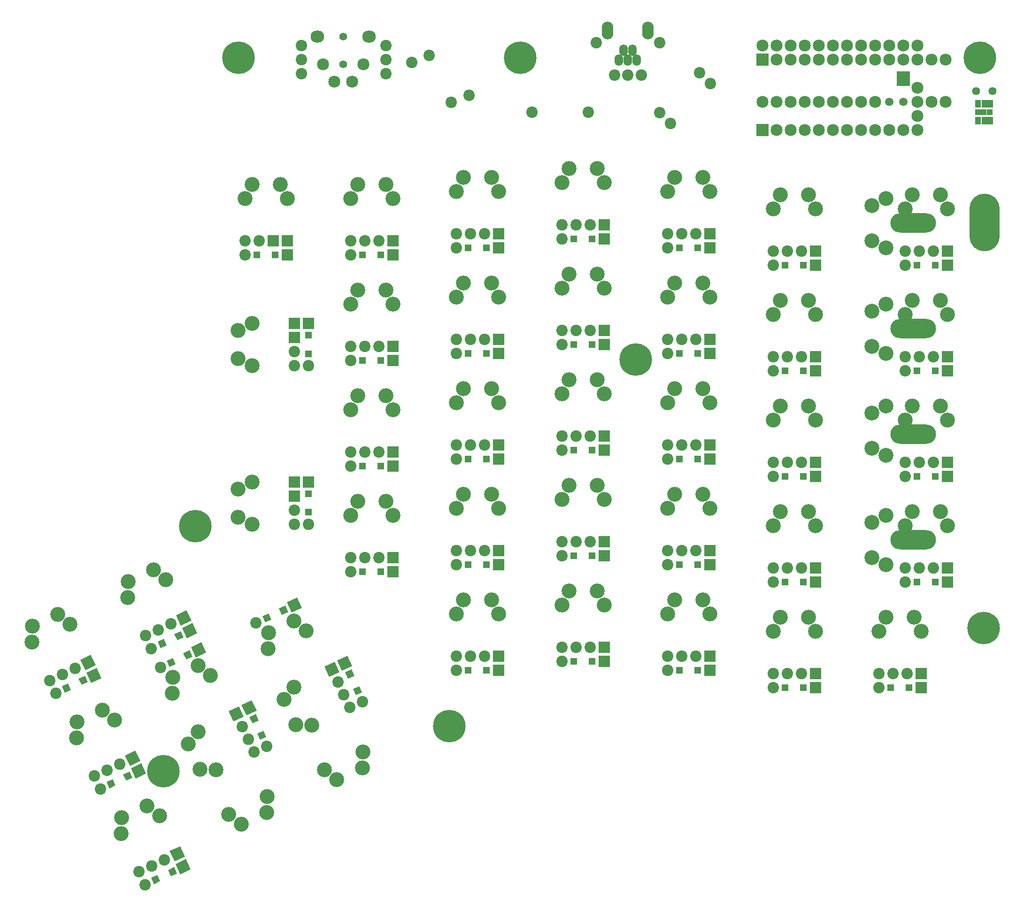
<source format=gts>
G04 (created by PCBNEW (2013-07-07 BZR 4022)-stable) date 17/11/2013 1:14:26 PM*
%MOIN*%
G04 Gerber Fmt 3.4, Leading zero omitted, Abs format*
%FSLAX34Y34*%
G01*
G70*
G90*
G04 APERTURE LIST*
%ADD10C,0.00590551*%
%ADD11C,0.106*%
%ADD12R,0.0787402X0.0570866*%
%ADD13R,0.0433071X0.0570866*%
%ADD14R,0.0787402X0.0433071*%
%ADD15R,0.0433071X0.0433071*%
%ADD16C,0.085*%
%ADD17R,0.085X0.085*%
%ADD18C,0.059*%
%ADD19C,0.081*%
%ADD20R,0.081X0.081*%
%ADD21O,0.061X0.081*%
%ADD22O,0.083X0.126*%
%ADD23R,0.096X0.056*%
%ADD24O,0.097X0.085*%
%ADD25C,0.055*%
%ADD26R,0.049X0.049*%
%ADD27C,0.231*%
%ADD28C,0.0573386*%
%ADD29O,0.21285X0.409701*%
%ADD30C,0.1059*%
%ADD31C,0.1058*%
%ADD32O,0.3245X0.137*%
G04 APERTURE END LIST*
G54D10*
G54D11*
X23689Y-57797D03*
X21845Y-59760D03*
X24564Y-58492D03*
X21876Y-58643D03*
G54D12*
X79716Y-17889D03*
X79716Y-19110D03*
G54D13*
X79066Y-17889D03*
X79066Y-19110D03*
G54D14*
X79244Y-18500D03*
G54D15*
X79893Y-18500D03*
G54D16*
X64750Y-14750D03*
X65750Y-14750D03*
X66750Y-14750D03*
X67750Y-14750D03*
X68750Y-14750D03*
X69750Y-14750D03*
X70750Y-14750D03*
X71750Y-14750D03*
X72750Y-14750D03*
X73750Y-14750D03*
X74750Y-14750D03*
X75750Y-14750D03*
X76750Y-14750D03*
G54D17*
X63750Y-14750D03*
G54D16*
X76750Y-17750D03*
X75750Y-17750D03*
G54D18*
X74750Y-17750D03*
X73750Y-17750D03*
X72750Y-17750D03*
G54D16*
X71750Y-17750D03*
X70750Y-17750D03*
X69750Y-17750D03*
X68750Y-17750D03*
X67750Y-17750D03*
X66750Y-17750D03*
X65750Y-17750D03*
X64750Y-17750D03*
X63750Y-17750D03*
G54D19*
X21000Y-57947D03*
G54D10*
G36*
X21647Y-57916D02*
X21440Y-57472D01*
X21884Y-57265D01*
X22091Y-57709D01*
X21647Y-57916D01*
X21647Y-57916D01*
G37*
G36*
X23523Y-57218D02*
X23181Y-56484D01*
X23915Y-56141D01*
X24257Y-56875D01*
X23523Y-57218D01*
X23523Y-57218D01*
G37*
G36*
X22835Y-57362D02*
X22628Y-56918D01*
X23072Y-56711D01*
X23279Y-57155D01*
X22835Y-57362D01*
X22835Y-57362D01*
G37*
G54D19*
X27797Y-54777D03*
G54D10*
G36*
X28444Y-54746D02*
X28237Y-54302D01*
X28681Y-54095D01*
X28888Y-54539D01*
X28444Y-54746D01*
X28444Y-54746D01*
G37*
G36*
X30320Y-54048D02*
X29978Y-53314D01*
X30712Y-52971D01*
X31054Y-53705D01*
X30320Y-54048D01*
X30320Y-54048D01*
G37*
G36*
X29632Y-54192D02*
X29425Y-53748D01*
X29869Y-53541D01*
X30076Y-53985D01*
X29632Y-54192D01*
X29632Y-54192D01*
G37*
G54D19*
X30500Y-46754D03*
G54D20*
X30500Y-45754D03*
G54D19*
X30500Y-35504D03*
G54D20*
X30500Y-34504D03*
G54D19*
X28000Y-27630D03*
G54D20*
X29000Y-27630D03*
G54D21*
X54820Y-14785D03*
X54505Y-14097D03*
X54190Y-14785D03*
X53875Y-14097D03*
X53560Y-14785D03*
G54D22*
X52754Y-12689D03*
X55626Y-12689D03*
G54D19*
X55140Y-15850D03*
X56440Y-13550D03*
X54190Y-15850D03*
X51940Y-13550D03*
X53240Y-15850D03*
G54D11*
X30486Y-54627D03*
X28642Y-56590D03*
X31361Y-55322D03*
X28673Y-55473D03*
X33533Y-65896D03*
X35377Y-63933D03*
X32658Y-65201D03*
X35346Y-65050D03*
X26735Y-69065D03*
X28579Y-67102D03*
X25860Y-68370D03*
X28548Y-68219D03*
G54D19*
X60039Y-16460D03*
X57210Y-19289D03*
X59289Y-15710D03*
X56460Y-18539D03*
X51375Y-18500D03*
X47375Y-18500D03*
X40085Y-14460D03*
X42914Y-17289D03*
X38835Y-14960D03*
X41664Y-17789D03*
X31000Y-15750D03*
X31000Y-14750D03*
X31000Y-13750D03*
X37000Y-15750D03*
X37000Y-14750D03*
X37000Y-13750D03*
G54D23*
X73750Y-15875D03*
X73750Y-16375D03*
G54D24*
X35810Y-13140D03*
G54D16*
X32560Y-15110D03*
X34610Y-16330D03*
G54D24*
X32150Y-13140D03*
G54D16*
X33350Y-16330D03*
X35400Y-15110D03*
G54D25*
X33980Y-13140D03*
X33980Y-15110D03*
G54D11*
X29500Y-23630D03*
X27000Y-24630D03*
X30000Y-24630D03*
X27500Y-23630D03*
G54D19*
X27000Y-27630D03*
G54D20*
X30000Y-27630D03*
G54D19*
X27000Y-28630D03*
G54D20*
X30000Y-28630D03*
G54D26*
X27845Y-28630D03*
X29155Y-28630D03*
G54D11*
X26500Y-34004D03*
X27500Y-36504D03*
X27500Y-33504D03*
X26500Y-36004D03*
G54D19*
X30500Y-36504D03*
G54D20*
X30500Y-33504D03*
G54D19*
X31500Y-36504D03*
G54D20*
X31500Y-33504D03*
G54D26*
X31500Y-35659D03*
X31500Y-34349D03*
G54D11*
X26500Y-45254D03*
X27500Y-47754D03*
X27500Y-44754D03*
X26500Y-47254D03*
G54D19*
X30500Y-47754D03*
G54D20*
X30500Y-44754D03*
G54D19*
X31500Y-47754D03*
G54D20*
X31500Y-44754D03*
G54D26*
X31500Y-46909D03*
X31500Y-45599D03*
G54D27*
X21220Y-65290D03*
X23490Y-47900D03*
X41510Y-62110D03*
X79440Y-55140D03*
X54740Y-36060D03*
X79190Y-14620D03*
X46540Y-14620D03*
X26540Y-14620D03*
G54D17*
X63750Y-19750D03*
G54D16*
X64750Y-19750D03*
X65750Y-19750D03*
X66750Y-19750D03*
X67750Y-19750D03*
X68750Y-19750D03*
X69750Y-19750D03*
X70750Y-19750D03*
X71750Y-19750D03*
X72750Y-19750D03*
X73750Y-19750D03*
X74750Y-19750D03*
X74750Y-13750D03*
X73750Y-13750D03*
X72750Y-13750D03*
X71750Y-13750D03*
X70750Y-13750D03*
X69750Y-13750D03*
X68750Y-13750D03*
X65750Y-13750D03*
X64750Y-13750D03*
X63750Y-13750D03*
X67750Y-13750D03*
X66750Y-13750D03*
X74750Y-18750D03*
X74750Y-17750D03*
X74750Y-16750D03*
G54D28*
X78909Y-17011D03*
X80090Y-17011D03*
G54D29*
X79500Y-26342D03*
G54D11*
X37000Y-23630D03*
X34500Y-24630D03*
X37500Y-24630D03*
X35000Y-23630D03*
G54D19*
X34500Y-27630D03*
G54D20*
X37500Y-27630D03*
G54D19*
X34500Y-28630D03*
G54D20*
X37500Y-28630D03*
G54D26*
X35345Y-28630D03*
X36655Y-28630D03*
G54D19*
X35500Y-27630D03*
X36500Y-27630D03*
G54D11*
X44500Y-23129D03*
X42000Y-24129D03*
X45000Y-24129D03*
X42500Y-23129D03*
G54D19*
X42000Y-27129D03*
G54D20*
X45000Y-27129D03*
G54D19*
X42000Y-28129D03*
G54D20*
X45000Y-28129D03*
G54D26*
X42845Y-28129D03*
X44155Y-28129D03*
G54D19*
X43000Y-27129D03*
X44000Y-27129D03*
G54D11*
X52000Y-22500D03*
X49500Y-23500D03*
X52500Y-23500D03*
X50000Y-22500D03*
G54D19*
X49500Y-26500D03*
G54D20*
X52500Y-26500D03*
G54D19*
X49500Y-27500D03*
G54D20*
X52500Y-27500D03*
G54D26*
X50345Y-27500D03*
X51655Y-27500D03*
G54D19*
X50500Y-26500D03*
X51500Y-26500D03*
G54D11*
X59500Y-23129D03*
X57000Y-24129D03*
X60000Y-24129D03*
X57500Y-23129D03*
G54D19*
X57000Y-27129D03*
G54D20*
X60000Y-27129D03*
G54D19*
X57000Y-28129D03*
G54D20*
X60000Y-28129D03*
G54D26*
X57845Y-28129D03*
X59155Y-28129D03*
G54D19*
X58000Y-27129D03*
X59000Y-27129D03*
G54D11*
X67000Y-24380D03*
X64500Y-25380D03*
X67500Y-25380D03*
X65000Y-24380D03*
G54D19*
X64500Y-28380D03*
G54D20*
X67500Y-28380D03*
G54D19*
X64500Y-29380D03*
G54D20*
X67500Y-29380D03*
G54D26*
X65345Y-29380D03*
X66655Y-29380D03*
G54D19*
X65500Y-28380D03*
X66500Y-28380D03*
G54D11*
X74500Y-54379D03*
X72000Y-55379D03*
X75000Y-55379D03*
X72500Y-54379D03*
G54D19*
X72000Y-58379D03*
G54D20*
X75000Y-58379D03*
G54D19*
X72000Y-59379D03*
G54D20*
X75000Y-59379D03*
G54D26*
X72845Y-59379D03*
X74155Y-59379D03*
G54D19*
X73000Y-58379D03*
X74000Y-58379D03*
G54D11*
X67000Y-54379D03*
X64500Y-55379D03*
X67500Y-55379D03*
X65000Y-54379D03*
G54D19*
X64500Y-58379D03*
G54D20*
X67500Y-58379D03*
G54D19*
X64500Y-59379D03*
G54D20*
X67500Y-59379D03*
G54D26*
X65345Y-59379D03*
X66655Y-59379D03*
G54D19*
X65500Y-58379D03*
X66500Y-58379D03*
G54D11*
X59500Y-53129D03*
X57000Y-54129D03*
X60000Y-54129D03*
X57500Y-53129D03*
G54D19*
X57000Y-57129D03*
G54D20*
X60000Y-57129D03*
G54D19*
X57000Y-58129D03*
G54D20*
X60000Y-58129D03*
G54D26*
X57845Y-58129D03*
X59155Y-58129D03*
G54D19*
X58000Y-57129D03*
X59000Y-57129D03*
G54D11*
X44500Y-53129D03*
X42000Y-54129D03*
X45000Y-54129D03*
X42500Y-53129D03*
G54D19*
X42000Y-57129D03*
G54D20*
X45000Y-57129D03*
G54D19*
X42000Y-58129D03*
G54D20*
X45000Y-58129D03*
G54D26*
X42845Y-58129D03*
X44155Y-58129D03*
G54D19*
X43000Y-57129D03*
X44000Y-57129D03*
G54D11*
X67000Y-46879D03*
X64500Y-47879D03*
X67500Y-47879D03*
X65000Y-46879D03*
G54D19*
X64500Y-50879D03*
G54D20*
X67500Y-50879D03*
G54D19*
X64500Y-51879D03*
G54D20*
X67500Y-51879D03*
G54D26*
X65345Y-51879D03*
X66655Y-51879D03*
G54D19*
X65500Y-50879D03*
X66500Y-50879D03*
G54D11*
X59500Y-45629D03*
X57000Y-46629D03*
X60000Y-46629D03*
X57500Y-45629D03*
G54D19*
X57000Y-49629D03*
G54D20*
X60000Y-49629D03*
G54D19*
X57000Y-50629D03*
G54D20*
X60000Y-50629D03*
G54D26*
X57845Y-50629D03*
X59155Y-50629D03*
G54D19*
X58000Y-49629D03*
X59000Y-49629D03*
G54D11*
X52000Y-45000D03*
X49500Y-46000D03*
X52500Y-46000D03*
X50000Y-45000D03*
G54D19*
X49500Y-49000D03*
G54D20*
X52500Y-49000D03*
G54D19*
X49500Y-50000D03*
G54D20*
X52500Y-50000D03*
G54D26*
X50345Y-50000D03*
X51655Y-50000D03*
G54D19*
X50500Y-49000D03*
X51500Y-49000D03*
G54D11*
X44500Y-45629D03*
X42000Y-46629D03*
X45000Y-46629D03*
X42500Y-45629D03*
G54D19*
X42000Y-49629D03*
G54D20*
X45000Y-49629D03*
G54D19*
X42000Y-50629D03*
G54D20*
X45000Y-50629D03*
G54D26*
X42845Y-50629D03*
X44155Y-50629D03*
G54D19*
X43000Y-49629D03*
X44000Y-49629D03*
G54D11*
X37000Y-46129D03*
X34500Y-47129D03*
X37500Y-47129D03*
X35000Y-46129D03*
G54D19*
X34500Y-50129D03*
G54D20*
X37500Y-50129D03*
G54D19*
X34500Y-51129D03*
G54D20*
X37500Y-51129D03*
G54D26*
X35345Y-51129D03*
X36655Y-51129D03*
G54D19*
X35500Y-50129D03*
X36500Y-50129D03*
G54D11*
X37000Y-31129D03*
X34500Y-32129D03*
X37500Y-32129D03*
X35000Y-31129D03*
G54D19*
X34500Y-35129D03*
G54D20*
X37500Y-35129D03*
G54D19*
X34500Y-36129D03*
G54D20*
X37500Y-36129D03*
G54D26*
X35345Y-36129D03*
X36655Y-36129D03*
G54D19*
X35500Y-35129D03*
X36500Y-35129D03*
G54D11*
X44500Y-30629D03*
X42000Y-31629D03*
X45000Y-31629D03*
X42500Y-30629D03*
G54D19*
X42000Y-34629D03*
G54D20*
X45000Y-34629D03*
G54D19*
X42000Y-35629D03*
G54D20*
X45000Y-35629D03*
G54D26*
X42845Y-35629D03*
X44155Y-35629D03*
G54D19*
X43000Y-34629D03*
X44000Y-34629D03*
G54D11*
X52000Y-30000D03*
X49500Y-31000D03*
X52500Y-31000D03*
X50000Y-30000D03*
G54D19*
X49500Y-34000D03*
G54D20*
X52500Y-34000D03*
G54D19*
X49500Y-35000D03*
G54D20*
X52500Y-35000D03*
G54D26*
X50345Y-35000D03*
X51655Y-35000D03*
G54D19*
X50500Y-34000D03*
X51500Y-34000D03*
G54D11*
X59500Y-30629D03*
X57000Y-31629D03*
X60000Y-31629D03*
X57500Y-30629D03*
G54D19*
X57000Y-34629D03*
G54D20*
X60000Y-34629D03*
G54D19*
X57000Y-35629D03*
G54D20*
X60000Y-35629D03*
G54D26*
X57845Y-35629D03*
X59155Y-35629D03*
G54D19*
X58000Y-34629D03*
X59000Y-34629D03*
G54D11*
X67000Y-31879D03*
X64500Y-32879D03*
X67500Y-32879D03*
X65000Y-31879D03*
G54D19*
X64500Y-35879D03*
G54D20*
X67500Y-35879D03*
G54D19*
X64500Y-36879D03*
G54D20*
X67500Y-36879D03*
G54D26*
X65345Y-36879D03*
X66655Y-36879D03*
G54D19*
X65500Y-35879D03*
X66500Y-35879D03*
G54D11*
X37000Y-38629D03*
X34500Y-39629D03*
X37500Y-39629D03*
X35000Y-38629D03*
G54D19*
X34500Y-42629D03*
G54D20*
X37500Y-42629D03*
G54D19*
X34500Y-43629D03*
G54D20*
X37500Y-43629D03*
G54D26*
X35345Y-43629D03*
X36655Y-43629D03*
G54D19*
X35500Y-42629D03*
X36500Y-42629D03*
G54D11*
X44500Y-38129D03*
X42000Y-39129D03*
X45000Y-39129D03*
X42500Y-38129D03*
G54D19*
X42000Y-42129D03*
G54D20*
X45000Y-42129D03*
G54D19*
X42000Y-43129D03*
G54D20*
X45000Y-43129D03*
G54D26*
X42845Y-43129D03*
X44155Y-43129D03*
G54D19*
X43000Y-42129D03*
X44000Y-42129D03*
G54D11*
X52000Y-37500D03*
X49500Y-38500D03*
X52500Y-38500D03*
X50000Y-37500D03*
G54D19*
X49500Y-41500D03*
G54D20*
X52500Y-41500D03*
G54D19*
X49500Y-42500D03*
G54D20*
X52500Y-42500D03*
G54D26*
X50345Y-42500D03*
X51655Y-42500D03*
G54D19*
X50500Y-41500D03*
X51500Y-41500D03*
G54D11*
X59500Y-38129D03*
X57000Y-39129D03*
X60000Y-39129D03*
X57500Y-38129D03*
G54D19*
X57000Y-42129D03*
G54D20*
X60000Y-42129D03*
G54D19*
X57000Y-43129D03*
G54D20*
X60000Y-43129D03*
G54D26*
X57845Y-43129D03*
X59155Y-43129D03*
G54D19*
X58000Y-42129D03*
X59000Y-42129D03*
G54D11*
X67000Y-39379D03*
X64500Y-40379D03*
X67500Y-40379D03*
X65000Y-39379D03*
G54D19*
X64500Y-43379D03*
G54D20*
X67500Y-43379D03*
G54D19*
X64500Y-44379D03*
G54D20*
X67500Y-44379D03*
G54D26*
X65345Y-44379D03*
X66655Y-44379D03*
G54D19*
X65500Y-43379D03*
X66500Y-43379D03*
G54D11*
X76375Y-39379D03*
X73875Y-40379D03*
G54D30*
X76875Y-40379D03*
G54D11*
X74375Y-39379D03*
G54D19*
X73875Y-43379D03*
G54D20*
X76875Y-43379D03*
G54D19*
X73875Y-44379D03*
G54D20*
X76875Y-44379D03*
G54D26*
X74720Y-44379D03*
X76030Y-44379D03*
G54D31*
X71500Y-39879D03*
X72500Y-39379D03*
X72500Y-42879D03*
X71500Y-42379D03*
G54D32*
X74437Y-41379D03*
G54D19*
X74875Y-43379D03*
X75875Y-43379D03*
G54D11*
X52000Y-52500D03*
X49500Y-53500D03*
X52500Y-53500D03*
X50000Y-52500D03*
G54D19*
X49500Y-56500D03*
G54D20*
X52500Y-56500D03*
G54D19*
X49500Y-57500D03*
G54D20*
X52500Y-57500D03*
G54D26*
X50345Y-57500D03*
X51655Y-57500D03*
G54D19*
X50500Y-56500D03*
X51500Y-56500D03*
G54D11*
X20519Y-51000D03*
X18675Y-52963D03*
X21394Y-51695D03*
X18706Y-51846D03*
G54D19*
X19943Y-55682D03*
G54D10*
G36*
X22466Y-54952D02*
X22124Y-54218D01*
X22858Y-53876D01*
X23200Y-54610D01*
X22466Y-54952D01*
X22466Y-54952D01*
G37*
G54D19*
X20366Y-56588D03*
G54D10*
G36*
X22889Y-55859D02*
X22547Y-55125D01*
X23281Y-54782D01*
X23623Y-55516D01*
X22889Y-55859D01*
X22889Y-55859D01*
G37*
G36*
X21013Y-56557D02*
X20806Y-56113D01*
X21250Y-55906D01*
X21457Y-56350D01*
X21013Y-56557D01*
X21013Y-56557D01*
G37*
G36*
X22200Y-56003D02*
X21993Y-55559D01*
X22437Y-55352D01*
X22645Y-55796D01*
X22200Y-56003D01*
X22200Y-56003D01*
G37*
G54D19*
X20850Y-55259D03*
X21756Y-54837D03*
G54D11*
X13722Y-54169D03*
X11878Y-56132D03*
X14597Y-54864D03*
X11909Y-55015D03*
G54D19*
X13146Y-58851D03*
G54D10*
G36*
X15669Y-58121D02*
X15327Y-57387D01*
X16061Y-57045D01*
X16403Y-57779D01*
X15669Y-58121D01*
X15669Y-58121D01*
G37*
G54D19*
X13569Y-59757D03*
G54D10*
G36*
X16092Y-59028D02*
X15750Y-58294D01*
X16484Y-57951D01*
X16826Y-58685D01*
X16092Y-59028D01*
X16092Y-59028D01*
G37*
G36*
X14216Y-59726D02*
X14009Y-59282D01*
X14453Y-59075D01*
X14660Y-59519D01*
X14216Y-59726D01*
X14216Y-59726D01*
G37*
G36*
X15403Y-59172D02*
X15196Y-58728D01*
X15640Y-58521D01*
X15848Y-58965D01*
X15403Y-59172D01*
X15403Y-59172D01*
G37*
G54D19*
X14053Y-58428D03*
X14959Y-58006D03*
G54D11*
X16891Y-60966D03*
X15047Y-62929D03*
X17766Y-61661D03*
X15078Y-61812D03*
G54D19*
X16315Y-65648D03*
G54D10*
G36*
X18838Y-64918D02*
X18496Y-64184D01*
X19230Y-63842D01*
X19572Y-64576D01*
X18838Y-64918D01*
X18838Y-64918D01*
G37*
G54D19*
X16738Y-66554D03*
G54D10*
G36*
X19261Y-65825D02*
X18919Y-65091D01*
X19653Y-64748D01*
X19995Y-65482D01*
X19261Y-65825D01*
X19261Y-65825D01*
G37*
G36*
X17385Y-66523D02*
X17178Y-66079D01*
X17622Y-65872D01*
X17829Y-66316D01*
X17385Y-66523D01*
X17385Y-66523D01*
G37*
G36*
X18572Y-65969D02*
X18365Y-65525D01*
X18809Y-65318D01*
X19017Y-65762D01*
X18572Y-65969D01*
X18572Y-65969D01*
G37*
G54D19*
X17222Y-65225D03*
X18128Y-64803D03*
G54D11*
X20061Y-67764D03*
X18217Y-69727D03*
X20936Y-68459D03*
X18248Y-68610D03*
G54D19*
X19485Y-72446D03*
G54D10*
G36*
X22008Y-71716D02*
X21666Y-70982D01*
X22400Y-70640D01*
X22742Y-71374D01*
X22008Y-71716D01*
X22008Y-71716D01*
G37*
G54D19*
X19908Y-73352D03*
G54D10*
G36*
X22431Y-72623D02*
X22089Y-71889D01*
X22823Y-71546D01*
X23165Y-72280D01*
X22431Y-72623D01*
X22431Y-72623D01*
G37*
G36*
X20555Y-73321D02*
X20348Y-72877D01*
X20792Y-72670D01*
X20999Y-73114D01*
X20555Y-73321D01*
X20555Y-73321D01*
G37*
G36*
X21742Y-72767D02*
X21535Y-72323D01*
X21979Y-72116D01*
X22187Y-72560D01*
X21742Y-72767D01*
X21742Y-72767D01*
G37*
G54D19*
X20392Y-72023D03*
X21298Y-71601D03*
G54D11*
X22976Y-63370D03*
X24939Y-65214D03*
X23671Y-62495D03*
X23822Y-65183D03*
G54D19*
X27658Y-63946D03*
G54D10*
G36*
X26928Y-61423D02*
X26194Y-61765D01*
X25852Y-61031D01*
X26586Y-60689D01*
X26928Y-61423D01*
X26928Y-61423D01*
G37*
G54D19*
X28564Y-63523D03*
G54D10*
G36*
X27835Y-61000D02*
X27101Y-61342D01*
X26758Y-60608D01*
X27492Y-60266D01*
X27835Y-61000D01*
X27835Y-61000D01*
G37*
G36*
X28533Y-62876D02*
X28089Y-63083D01*
X27882Y-62639D01*
X28326Y-62432D01*
X28533Y-62876D01*
X28533Y-62876D01*
G37*
G36*
X27979Y-61689D02*
X27535Y-61896D01*
X27328Y-61452D01*
X27772Y-61244D01*
X27979Y-61689D01*
X27979Y-61689D01*
G37*
G54D19*
X27235Y-63039D03*
X26813Y-62133D03*
G54D11*
X29773Y-60200D03*
X31736Y-62044D03*
X30468Y-59325D03*
X30619Y-62013D03*
G54D19*
X34455Y-60776D03*
G54D10*
G36*
X33725Y-58253D02*
X32991Y-58595D01*
X32649Y-57861D01*
X33383Y-57519D01*
X33725Y-58253D01*
X33725Y-58253D01*
G37*
G54D19*
X35361Y-60353D03*
G54D10*
G36*
X34632Y-57830D02*
X33898Y-58172D01*
X33555Y-57438D01*
X34289Y-57096D01*
X34632Y-57830D01*
X34632Y-57830D01*
G37*
G36*
X35330Y-59706D02*
X34886Y-59913D01*
X34679Y-59469D01*
X35123Y-59262D01*
X35330Y-59706D01*
X35330Y-59706D01*
G37*
G36*
X34776Y-58519D02*
X34332Y-58726D01*
X34125Y-58282D01*
X34569Y-58074D01*
X34776Y-58519D01*
X34776Y-58519D01*
G37*
G54D19*
X34032Y-59869D03*
X33610Y-58963D03*
G54D11*
X76375Y-24380D03*
X73875Y-25380D03*
G54D30*
X76875Y-25380D03*
G54D11*
X74375Y-24380D03*
G54D19*
X73875Y-28380D03*
G54D20*
X76875Y-28380D03*
G54D19*
X73875Y-29380D03*
G54D20*
X76875Y-29380D03*
G54D26*
X74720Y-29380D03*
X76030Y-29380D03*
G54D31*
X71500Y-25130D03*
X72500Y-24630D03*
X72500Y-28130D03*
X71500Y-27630D03*
G54D32*
X74437Y-26380D03*
G54D19*
X74875Y-28380D03*
X75875Y-28380D03*
G54D11*
X76375Y-31879D03*
X73875Y-32879D03*
G54D30*
X76875Y-32879D03*
G54D11*
X74375Y-31879D03*
G54D19*
X73875Y-35879D03*
G54D20*
X76875Y-35879D03*
G54D19*
X73875Y-36879D03*
G54D20*
X76875Y-36879D03*
G54D26*
X74720Y-36879D03*
X76030Y-36879D03*
G54D31*
X71500Y-32629D03*
X72500Y-32129D03*
X72500Y-35629D03*
X71500Y-35129D03*
G54D32*
X74437Y-33879D03*
G54D19*
X74875Y-35879D03*
X75875Y-35879D03*
G54D11*
X76375Y-46879D03*
X73875Y-47879D03*
G54D30*
X76875Y-47879D03*
G54D11*
X74375Y-46879D03*
G54D19*
X73875Y-50879D03*
G54D20*
X76875Y-50879D03*
G54D19*
X73875Y-51879D03*
G54D20*
X76875Y-51879D03*
G54D26*
X74720Y-51879D03*
X76030Y-51879D03*
G54D31*
X71500Y-47629D03*
X72500Y-47129D03*
X72500Y-50629D03*
X71500Y-50129D03*
G54D32*
X74437Y-48879D03*
G54D19*
X74875Y-50879D03*
X75875Y-50879D03*
M02*

</source>
